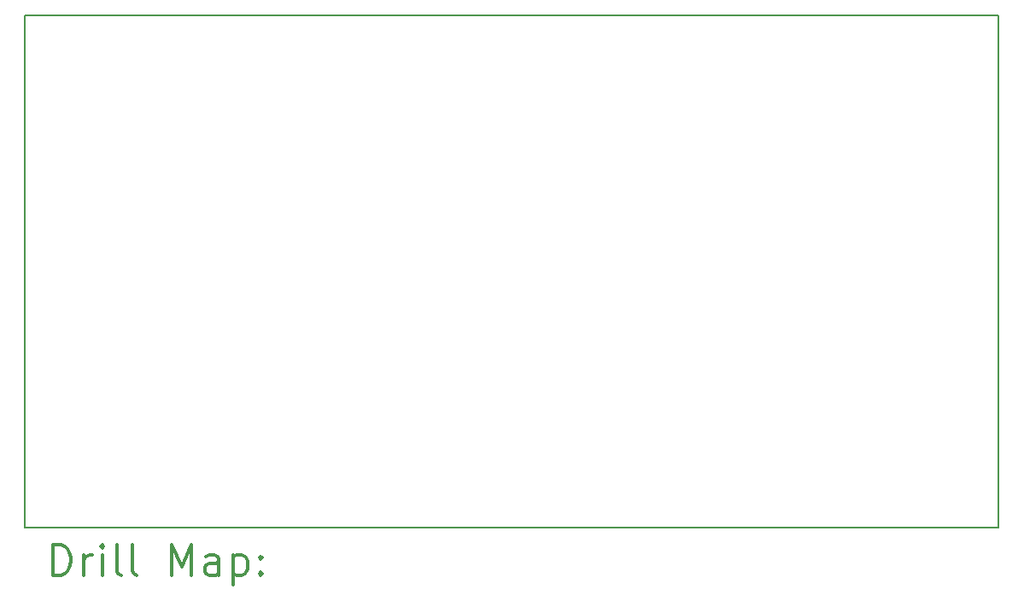
<source format=gbr>
%FSLAX45Y45*%
G04 Gerber Fmt 4.5, Leading zero omitted, Abs format (unit mm)*
G04 Created by KiCad (PCBNEW (5.1.9)-1) date 2021-05-24 15:17:25*
%MOMM*%
%LPD*%
G01*
G04 APERTURE LIST*
%TA.AperFunction,Profile*%
%ADD10C,0.150000*%
%TD*%
%ADD11C,0.200000*%
%ADD12C,0.300000*%
G04 APERTURE END LIST*
D10*
X16510000Y-10414000D02*
X6858000Y-10414000D01*
X16510000Y-15494000D02*
X16510000Y-10414000D01*
X6858000Y-15494000D02*
X16510000Y-15494000D01*
X6858000Y-10414000D02*
X6858000Y-15494000D01*
D11*
D12*
X7136928Y-15967214D02*
X7136928Y-15667214D01*
X7208357Y-15667214D01*
X7251214Y-15681500D01*
X7279786Y-15710071D01*
X7294071Y-15738643D01*
X7308357Y-15795786D01*
X7308357Y-15838643D01*
X7294071Y-15895786D01*
X7279786Y-15924357D01*
X7251214Y-15952929D01*
X7208357Y-15967214D01*
X7136928Y-15967214D01*
X7436928Y-15967214D02*
X7436928Y-15767214D01*
X7436928Y-15824357D02*
X7451214Y-15795786D01*
X7465500Y-15781500D01*
X7494071Y-15767214D01*
X7522643Y-15767214D01*
X7622643Y-15967214D02*
X7622643Y-15767214D01*
X7622643Y-15667214D02*
X7608357Y-15681500D01*
X7622643Y-15695786D01*
X7636928Y-15681500D01*
X7622643Y-15667214D01*
X7622643Y-15695786D01*
X7808357Y-15967214D02*
X7779786Y-15952929D01*
X7765500Y-15924357D01*
X7765500Y-15667214D01*
X7965500Y-15967214D02*
X7936928Y-15952929D01*
X7922643Y-15924357D01*
X7922643Y-15667214D01*
X8308357Y-15967214D02*
X8308357Y-15667214D01*
X8408357Y-15881500D01*
X8508357Y-15667214D01*
X8508357Y-15967214D01*
X8779786Y-15967214D02*
X8779786Y-15810071D01*
X8765500Y-15781500D01*
X8736928Y-15767214D01*
X8679786Y-15767214D01*
X8651214Y-15781500D01*
X8779786Y-15952929D02*
X8751214Y-15967214D01*
X8679786Y-15967214D01*
X8651214Y-15952929D01*
X8636928Y-15924357D01*
X8636928Y-15895786D01*
X8651214Y-15867214D01*
X8679786Y-15852929D01*
X8751214Y-15852929D01*
X8779786Y-15838643D01*
X8922643Y-15767214D02*
X8922643Y-16067214D01*
X8922643Y-15781500D02*
X8951214Y-15767214D01*
X9008357Y-15767214D01*
X9036928Y-15781500D01*
X9051214Y-15795786D01*
X9065500Y-15824357D01*
X9065500Y-15910071D01*
X9051214Y-15938643D01*
X9036928Y-15952929D01*
X9008357Y-15967214D01*
X8951214Y-15967214D01*
X8922643Y-15952929D01*
X9194071Y-15938643D02*
X9208357Y-15952929D01*
X9194071Y-15967214D01*
X9179786Y-15952929D01*
X9194071Y-15938643D01*
X9194071Y-15967214D01*
X9194071Y-15781500D02*
X9208357Y-15795786D01*
X9194071Y-15810071D01*
X9179786Y-15795786D01*
X9194071Y-15781500D01*
X9194071Y-15810071D01*
M02*

</source>
